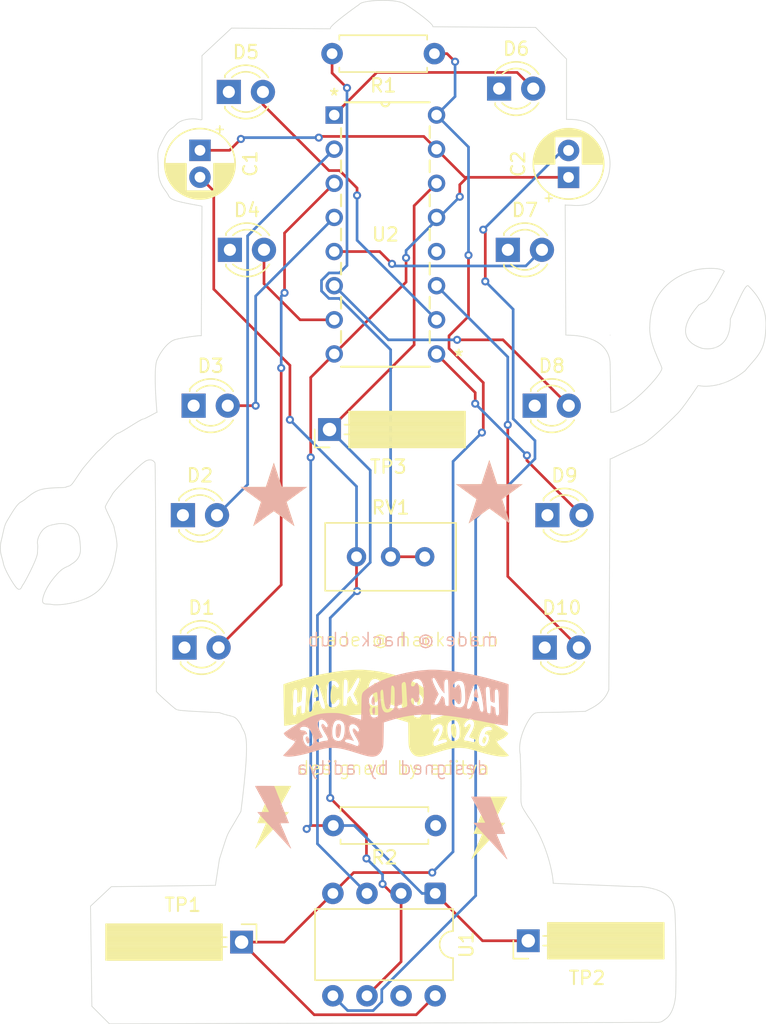
<source format=kicad_pcb>
(kicad_pcb (version 20241229) (generator "pcbnew") (generator_version "9.0")
  (layers (0 "F.Cu" signal) (2 "B.Cu" signal) (13 "F.Paste" user) (15 "B.Paste" user) (5 "F.SilkS" user "F.Silkscreen") (7 "B.SilkS" user "B.Silkscreen") (1 "F.Mask" user) (3 "B.Mask" user) (25 "Edge.Cuts" user))
  (net 0 "")
  (net 1 "GND")
  (net 2 "TR")
  (net 3 "Net-(U1-CV)")
  (net 5 "Net-(D1-A)")
  (net 7 "Net-(D2-A)")
  (net 8 "Net-(D3-A)")
  (net 11 "Net-(D4-A)")
  (net 13 "Net-(D5-A)")
  (net 14 "Net-(D6-A)")
  (net 16 "Net-(D7-A)")
  (net 19 "Net-(D8-A)")
  (net 21 "Net-(D9-A)")
  (net 22 "Net-(D10-A)")
  (net 24 "Net-(R1-Pad2)")
  (net 25 "+5V")
  (net 27 "OUT")
  (footprint "LED_THT:LED_D3.0mm" (layer "F.Cu") (at 123.2 90.1)
    (property "Reference" "D1" (at 1.27 -2.96 0) (layer "F.SilkS"))
    (property "Value" "LED")
    (pad "1" thru_hole rect (at 0 0) (size 1.8 1.8) (drill 0.9) (layers "*.Cu" "*.Mask"))
    (pad "2" thru_hole circle (at 2.54 0) (size 1.8 1.8) (drill 0.9) (layers "*.Cu" "*.Mask") (net 5 "Net-(D1-A)"))
  )
  (footprint "Package_DIP:DIP-8_W7.62mm" (layer "F.Cu") (at 141.87 108.4 -90)
    (property "Reference" "U1" (at 3.81 -2.33 90) (layer "F.SilkS"))
    (property "Value" "NE555P")
    (pad "1" thru_hole roundrect (at 0 0 270) (size 1.6 1.6) (drill 0.8) (layers "*.Cu" "*.Mask") (roundrect_rratio 0.15625) (net 1 "GND"))
    (pad "2" thru_hole circle (at 0 2.54 270) (size 1.6 1.6) (drill 0.8) (layers "*.Cu" "*.Mask") (net 2 "TR"))
    (pad "3" thru_hole circle (at 0 5.08 270) (size 1.6 1.6) (drill 0.8) (layers "*.Cu" "*.Mask") (net 27 "OUT"))
    (pad "4" thru_hole circle (at 0 7.62 270) (size 1.6 1.6) (drill 0.8) (layers "*.Cu" "*.Mask") (net 25 "+5V"))
    (pad "5" thru_hole circle (at 7.62 7.62 270) (size 1.6 1.6) (drill 0.8) (layers "*.Cu" "*.Mask") (net 3 "Net-(U1-CV)"))
    (pad "6" thru_hole circle (at 7.62 5.08 270) (size 1.6 1.6) (drill 0.8) (layers "*.Cu" "*.Mask") (net 2 "TR"))
    (pad "7" thru_hole circle (at 7.62 2.54 270) (size 1.6 1.6) (drill 0.8) (layers "*.Cu" "*.Mask"))
    (pad "8" thru_hole circle (at 7.62 0 270) (size 1.6 1.6) (drill 0.8) (layers "*.Cu" "*.Mask") (net 25 "+5V"))
  )
  (footprint "LED_THT:LED_D3.0mm" (layer "F.Cu") (at 126.5 48.75)
    (property "Reference" "D5" (at 1.27 -2.96 0) (layer "F.SilkS"))
    (property "Value" "LED")
    (pad "1" thru_hole rect (at 0 0) (size 1.8 1.8) (drill 0.9) (layers "*.Cu" "*.Mask"))
    (pad "2" thru_hole circle (at 2.54 0) (size 1.8 1.8) (drill 0.9) (layers "*.Cu" "*.Mask") (net 13 "Net-(D5-A)"))
  )
  (footprint "LED_THT:LED_D3.0mm" (layer "F.Cu") (at 150.03 90.1)
    (property "Reference" "D10" (at 1.27 -2.96 0) (layer "F.SilkS"))
    (property "Value" "LED")
    (pad "1" thru_hole rect (at 0 0) (size 1.8 1.8) (drill 0.9) (layers "*.Cu" "*.Mask"))
    (pad "2" thru_hole circle (at 2.54 0) (size 1.8 1.8) (drill 0.9) (layers "*.Cu" "*.Mask") (net 22 "Net-(D10-A)"))
  )
  (footprint "Resistor_THT:R_Axial_DIN0207_L6.3mm_D2.5mm_P7.62mm_Horizontal" (layer "F.Cu") (at 141.9 103.35 180)
    (property "Reference" "R2" (at 3.81 -2.37 0) (layer "F.SilkS"))
    (property "Value" "470")
    (pad "1" thru_hole circle (at 0 0 180) (size 1.6 1.6) (drill 0.8) (layers "*.Cu" "*.Mask"))
    (pad "2" thru_hole oval (at 7.62 0 180) (size 1.6 1.6) (drill 0.8) (layers "*.Cu" "*.Mask") (net 1 "GND"))
  )
  (footprint "LOGO" (layer "F.Cu") (at 129.8 102.75)
    (property "Reference" "G***" (hide yes))
    (property "Value" "LOGO" (hide yes))
  )
  (footprint "Connector_PinSocket_2.54mm:PinSocket_1x01_P2.54mm_Horizontal" (layer "F.Cu") (at 127.45 112.025)
    (property "Reference" "TP1" (at -4.38 -2.77 0) (layer "F.SilkS"))
    (property "Value" "TestPoint")
    (pad "1" thru_hole rect (at 0 0) (size 1.7 1.7) (drill 1) (layers "*.Cu" "*.Mask") (net 25 "+5V"))
  )
  (footprint "LOGO" (layer "F.Cu") (at 129.85 78.7)
    (property "Reference" "G***" (hide yes))
    (property "Value" "LOGO" (hide yes))
  )
  (footprint "LED_THT:LED_D3.0mm" (layer "F.Cu") (at 149.28 72.1)
    (property "Reference" "D8" (at 1.27 -2.96 0) (layer "F.SilkS"))
    (property "Value" "LED")
    (pad "1" thru_hole rect (at 0 0) (size 1.8 1.8) (drill 0.9) (layers "*.Cu" "*.Mask"))
    (pad "2" thru_hole circle (at 2.54 0) (size 1.8 1.8) (drill 0.9) (layers "*.Cu" "*.Mask") (net 19 "Net-(D8-A)"))
  )
  (footprint "Connector_PinSocket_2.54mm:PinSocket_1x01_P2.54mm_Horizontal" (layer "F.Cu") (at 134 73.875 180)
    (property "Reference" "TP3" (at -4.38 -2.77 0) (layer "F.SilkS"))
    (property "Value" "TestPoint")
    (pad "1" thru_hole rect (at 0 0 180) (size 1.7 1.7) (drill 1) (layers "*.Cu" "*.Mask") (net 27 "OUT"))
  )
  (footprint "LOGO" (layer "F.Cu") (at 145.9 78.5)
    (property "Reference" "G***" (hide yes))
    (property "Value" "LOGO" (hide yes))
  )
  (footprint "LED_THT:LED_D3.0mm" (layer "F.Cu") (at 123.88 72.1)
    (property "Reference" "D3" (at 1.27 -2.96 0) (layer "F.SilkS"))
    (property "Value" "LED")
    (pad "1" thru_hole rect (at 0 0) (size 1.8 1.8) (drill 0.9) (layers "*.Cu" "*.Mask"))
    (pad "2" thru_hole circle (at 2.54 0) (size 1.8 1.8) (drill 0.9) (layers "*.Cu" "*.Mask") (net 8 "Net-(D3-A)"))
  )
  (footprint "LED_THT:LED_D3.0mm" (layer "F.Cu") (at 146.63 48.5)
    (property "Reference" "D6" (at 1.27 -2.96 0) (layer "F.SilkS"))
    (property "Value" "LED")
    (pad "1" thru_hole rect (at 0 0) (size 1.8 1.8) (drill 0.9) (layers "*.Cu" "*.Mask"))
    (pad "2" thru_hole circle (at 2.54 0) (size 1.8 1.8) (drill 0.9) (layers "*.Cu" "*.Mask") (net 14 "Net-(D6-A)"))
  )
  (footprint "Capacitor_THT:CP_Radial_D5.0mm_P2.00mm" (layer "F.Cu") (at 124.35 53.094888 -90)
    (property "Reference" "C1" (at 1 -3.75 90) (layer "F.SilkS"))
    (property "Value" "1uF_0201_4V")
    (pad "1" thru_hole rect (at 0 0 270) (size 1.6 1.6) (drill 0.8) (layers "*.Cu" "*.Mask") (net 1 "GND"))
    (pad "2" thru_hole circle (at 2 0 270) (size 1.6 1.6) (drill 0.8) (layers "*.Cu" "*.Mask") (net 2 "TR"))
  )
  (footprint "Potentiometer_THT:Potentiometer_Bourns_3296W_Vertical" (layer "F.Cu") (at 141.09 83.345)
    (property "Reference" "RV1" (at -2.54 -3.66 0) (layer "F.SilkS"))
    (property "Value" "50k")
    (pad "1" thru_hole circle (at 0 0) (size 1.44 1.44) (drill 0.8) (layers "*.Cu" "*.Mask") (net 24 "Net-(R1-Pad2)"))
    (pad "2" thru_hole circle (at -2.54 0) (size 1.44 1.44) (drill 0.8) (layers "*.Cu" "*.Mask") (net 24 "Net-(R1-Pad2)"))
    (pad "3" thru_hole circle (at -5.08 0) (size 1.44 1.44) (drill 0.8) (layers "*.Cu" "*.Mask") (net 2 "TR"))
  )
  (footprint "LOGO" (layer "F.Cu") (at 145.9 103.55)
    (property "Reference" "G***" (hide yes))
    (property "Value" "LOGO" (hide yes))
  )
  (footprint "Capacitor_THT:CP_Radial_D5.0mm_P2.00mm" (layer "F.Cu") (at 151.8 55.105112 90)
    (property "Reference" "C2" (at 1 -3.75 90) (layer "F.SilkS"))
    (property "Value" "0.01 uF")
    (pad "1" thru_hole rect (at 0 0 90) (size 1.6 1.6) (drill 0.8) (layers "*.Cu" "*.Mask") (net 1 "GND"))
    (pad "2" thru_hole circle (at 2 0 90) (size 1.6 1.6) (drill 0.8) (layers "*.Cu" "*.Mask") (net 3 "Net-(U1-CV)"))
  )
  (footprint "LED_THT:LED_D3.0mm" (layer "F.Cu") (at 126.58 60.5)
    (property "Reference" "D4" (at 1.27 -2.96 0) (layer "F.SilkS"))
    (property "Value" "LED")
    (pad "1" thru_hole rect (at 0 0) (size 1.8 1.8) (drill 0.9) (layers "*.Cu" "*.Mask"))
    (pad "2" thru_hole circle (at 2.54 0) (size 1.8 1.8) (drill 0.9) (layers "*.Cu" "*.Mask") (net 11 "Net-(D4-A)"))
  )
  (footprint "footprints:N16" (layer "F.Cu") (at 141.97 68.25)
    (property "Reference" "U2" (at -3.81 -8.89 0) (layer "F.SilkS"))
    (property "Value" "4017")
    (fp_text user "*" (at -7.62 -19.1897 0) (layer "F.SilkS"))
    (fp_text user "*" (at 1.65 0.22 0) (layer "F.SilkS"))
    (pad "1" thru_hole rect (at -7.62 -17.78) (size 1.2954 1.2954) (drill 0.7874) (layers "*.Cu" "*.Mask") (net 14 "Net-(D6-A)"))
    (pad "2" thru_hole circle (at -7.62 -15.24) (size 1.2954 1.2954) (drill 0.7874) (layers "*.Cu" "*.Mask") (net 7 "Net-(D2-A)"))
    (pad "3" thru_hole circle (at -7.62 -12.7) (size 1.2954 1.2954) (drill 0.7874) (layers "*.Cu" "*.Mask") (net 5 "Net-(D1-A)"))
    (pad "4" thru_hole circle (at -7.62 -10.16) (size 1.2954 1.2954) (drill 0.7874) (layers "*.Cu" "*.Mask") (net 8 "Net-(D3-A)"))
    (pad "5" thru_hole circle (at -7.62 -7.62) (size 1.2954 1.2954) (drill 0.7874) (layers "*.Cu" "*.Mask") (net 16 "Net-(D7-A)"))
    (pad "6" thru_hole circle (at -7.62 -5.08) (size 1.2954 1.2954) (drill 0.7874) (layers "*.Cu" "*.Mask") (net 19 "Net-(D8-A)"))
    (pad "7" thru_hole circle (at -7.62 -2.54) (size 1.2954 1.2954) (drill 0.7874) (layers "*.Cu" "*.Mask") (net 11 "Net-(D4-A)"))
    (pad "8" thru_hole circle (at -7.62 0) (size 1.2954 1.2954) (drill 0.7874) (layers "*.Cu" "*.Mask") (net 1 "GND"))
    (pad "9" thru_hole circle (at 0 0) (size 1.2954 1.2954) (drill 0.7874) (layers "*.Cu" "*.Mask") (net 21 "Net-(D9-A)"))
    (pad "10" thru_hole circle (at 0 -2.54) (size 1.2954 1.2954) (drill 0.7874) (layers "*.Cu" "*.Mask") (net 13 "Net-(D5-A)"))
    (pad "11" thru_hole circle (at 0 -5.08) (size 1.2954 1.2954) (drill 0.7874) (layers "*.Cu" "*.Mask") (net 22 "Net-(D10-A)"))
    (pad "12" thru_hole circle (at 0 -7.62) (size 1.2954 1.2954) (drill 0.7874) (layers "*.Cu" "*.Mask"))
    (pad "13" thru_hole circle (at 0 -10.16) (size 1.2954 1.2954) (drill 0.7874) (layers "*.Cu" "*.Mask") (net 1 "GND"))
    (pad "14" thru_hole circle (at 0 -12.7) (size 1.2954 1.2954) (drill 0.7874) (layers "*.Cu" "*.Mask") (net 27 "OUT"))
    (pad "15" thru_hole circle (at 0 -15.24) (size 1.2954 1.2954) (drill 0.7874) (layers "*.Cu" "*.Mask") (net 1 "GND"))
    (pad "16" thru_hole circle (at 0 -17.78) (size 1.2954 1.2954) (drill 0.7874) (layers "*.Cu" "*.Mask") (net 25 "+5V"))
  )
  (footprint "LED_THT:LED_D3.0mm" (layer "F.Cu") (at 147.28 60.5)
    (property "Reference" "D7" (at 1.27 -2.96 0) (layer "F.SilkS"))
    (property "Value" "LED")
    (pad "1" thru_hole rect (at 0 0) (size 1.8 1.8) (drill 0.9) (layers "*.Cu" "*.Mask"))
    (pad "2" thru_hole circle (at 2.54 0) (size 1.8 1.8) (drill 0.9) (layers "*.Cu" "*.Mask") (net 16 "Net-(D7-A)"))
  )
  (footprint "LOGO" (layer "F.Cu") (at 138.95 95)
    (property "Reference" "G***" (hide yes))
    (property "Value" "LOGO" (hide yes))
  )
  (footprint "LED_THT:LED_D3.0mm" (layer "F.Cu") (at 123.08 80.25)
    (property "Reference" "D2" (at 1.27 -2.96 0) (layer "F.SilkS"))
    (property "Value" "LED")
    (pad "1" thru_hole rect (at 0 0) (size 1.8 1.8) (drill 0.9) (layers "*.Cu" "*.Mask"))
    (pad "2" thru_hole circle (at 2.54 0) (size 1.8 1.8) (drill 0.9) (layers "*.Cu" "*.Mask") (net 7 "Net-(D2-A)"))
  )
  (footprint "LED_THT:LED_D3.0mm" (layer "F.Cu") (at 150.23 80.25)
    (property "Reference" "D9" (at 1.27 -2.96 0) (layer "F.SilkS"))
    (property "Value" "LED")
    (pad "1" thru_hole rect (at 0 0) (size 1.8 1.8) (drill 0.9) (layers "*.Cu" "*.Mask"))
    (pad "2" thru_hole circle (at 2.54 0) (size 1.8 1.8) (drill 0.9) (layers "*.Cu" "*.Mask") (net 21 "Net-(D9-A)"))
  )
  (footprint "Resistor_THT:R_Axial_DIN0207_L6.3mm_D2.5mm_P7.62mm_Horizontal" (layer "F.Cu") (at 141.81 45.9 180)
    (property "Reference" "R1" (at 3.81 -2.37 0) (layer "F.SilkS"))
    (property "Value" "1k")
    (pad "1" thru_hole circle (at 0 0 180) (size 1.6 1.6) (drill 0.8) (layers "*.Cu" "*.Mask") (net 25 "+5V"))
    (pad "2" thru_hole oval (at 7.62 0 180) (size 1.6 1.6) (drill 0.8) (layers "*.Cu" "*.Mask") (net 24 "Net-(R1-Pad2)"))
  )
  (footprint "Connector_PinSocket_2.54mm:PinSocket_1x01_P2.54mm_Horizontal" (layer "F.Cu") (at 148.8 111.925 180)
    (property "Reference" "TP2" (at -4.38 -2.77 0) (layer "F.SilkS"))
    (property "Value" "TestPoint")
    (pad "1" thru_hole rect (at 0 0 180) (size 1.7 1.7) (drill 1) (layers "*.Cu" "*.Mask") (net 1 "GND"))
  )
  (footprint "LOGO" (layer "B.Cu") (at 138.95 95 180)
    (property "Reference" "G***" (hide yes))
    (property "Value" "LOGO" (hide yes))
  )
  (footprint "LOGO" (layer "B.Cu") (at 129.85 78.7 180)
    (property "Reference" "G***" (hide yes))
    (property "Value" "LOGO" (hide yes))
  )
  (footprint "LOGO" (layer "B.Cu") (at 145.9 78.5 180)
    (property "Reference" "G***" (hide yes))
    (property "Value" "LOGO" (hide yes))
  )
  (footprint "LOGO" (layer "B.Cu") (at 129.8 102.75 180)
    (property "Reference" "G***" (hide yes))
    (property "Value" "LOGO" (hide yes))
  )
  (footprint "LOGO" (layer "B.Cu") (at 145.9 103.55 180)
    (property "Reference" "G***" (hide yes))
    (property "Value" "LOGO" (hide yes))
  )
  (gr_curve (pts (xy 118.25 74.15) (xy 118.5 74.1) (xy 119.95 73.1) (xy 120.1 73.1)) (stroke (width 0.05)) (layer "Edge.Cuts"))
  (gr_curve (pts (xy 121.1 93.35) (xy 121.1 93.25) (xy 121.05 76.4) (xy 121 76.35)) (stroke (width 0.05)) (layer "Edge.Cuts"))
  (gr_curve (pts (xy 115.45 82.7) (xy 115.4 81.8) (xy 115.35 81.65) (xy 115.05 81.3)) (stroke (width 0.05)) (layer "Edge.Cuts"))
  (gr_curve (pts (xy 161.25 62) (xy 161.85 61.85) (xy 163.15 61.8) (xy 163.4 62.1)) (stroke (width 0.05)) (layer "Edge.Cuts"))
  (gr_curve (pts (xy 127.4 95.85) (xy 126.9 95.05) (xy 126.9 95.35) (xy 125.8 94.95)) (stroke (width 0.05)) (layer "Edge.Cuts"))
  (gr_line (start 151.55 57.15) (end 151.6 66.85) (stroke (width 0.05)) (layer "Edge.Cuts"))
  (gr_curve (pts (xy 110 80.65) (xy 110.25 80.25) (xy 110.7 79.4) (xy 111.05 79.25)) (stroke (width 0.05)) (layer "Edge.Cuts"))
  (gr_curve (pts (xy 163.85 65.65) (xy 164.9 63.2) (xy 165 63.25) (xy 165.15 63.15)) (stroke (width 0.05)) (layer "Edge.Cuts"))
  (gr_curve (pts (xy 112.75 81.25) (xy 112.5 81.45) (xy 112.2 82) (xy 112.25 82.35)) (stroke (width 0.05)) (layer "Edge.Cuts"))
  (gr_curve (pts (xy 157.85 66.3) (xy 157.85 62.95) (xy 160.65 62.15) (xy 161.25 62)) (stroke (width 0.05)) (layer "Edge.Cuts"))
  (gr_curve (pts (xy 158.75 69.3) (xy 158.65 68.9) (xy 157.8 67.45) (xy 157.85 66.3)) (stroke (width 0.05)) (layer "Edge.Cuts"))
  (gr_curve (pts (xy 154.95 72.6) (xy 156.15 72.6) (xy 158.85 69.7) (xy 158.75 69.3)) (stroke (width 0.05)) (layer "Edge.Cuts"))
  (gr_curve (pts (xy 165.15 63.15) (xy 166.25 64.2) (xy 166.5 65.2) (xy 166.5 66)) (stroke (width 0.05)) (layer "Edge.Cuts"))
  (gr_curve (pts (xy 117.95 81.15) (xy 118.3 82.65) (xy 118.15 82.6) (xy 118.05 83.25)) (stroke (width 0.05)) (layer "Edge.Cuts"))
  (gr_curve (pts (xy 125.8 94.95) (xy 122.85 94.8) (xy 122.7 94.8) (xy 122.5 94.65)) (stroke (width 0.05)) (layer "Edge.Cuts"))
  (gr_line (start 116.2 109.35) (end 117.75 107.9) (stroke (width 0.05)) (layer "Edge.Cuts"))
  (gr_curve (pts (xy 112.25 83.05) (xy 112.25 83.5) (xy 111.2 85.45) (xy 111.15 85.45)) (stroke (width 0.05)) (layer "Edge.Cuts"))
  (gr_curve (pts (xy 158.95 117.8) (xy 158.65 118.05) (xy 158.5 118) (xy 158 118)) (stroke (width 0.05)) (layer "Edge.Cuts"))
  (gr_curve (pts (xy 114 84.35) (xy 114.3 84.1) (xy 114.6 84.05) (xy 114.7 83.95)) (stroke (width 0.05)) (layer "Edge.Cuts"))
  (gr_curve (pts (xy 121.25 54.6) (xy 121.25 53.55) (xy 121.1 53.3) (xy 121.4 52.7)) (stroke (width 0.05)) (layer "Edge.Cuts"))
  (gr_curve (pts (xy 121.15 68.7) (xy 121.45 68) (xy 122 67.35) (xy 122.45 67.2)) (stroke (width 0.05)) (layer "Edge.Cuts"))
  (gr_line (start 126.7 44) (end 134.05 44.05) (stroke (width 0.05)) (layer "Edge.Cuts"))
  (gr_curve (pts (xy 114.4 78.15) (xy 114.6 78.05) (xy 114.65 78.15) (xy 114.85 77.9)) (stroke (width 0.05)) (layer "Edge.Cuts"))
  (gr_curve (pts (xy 159.65 72.95) (xy 157.45 75.1) (xy 157.2 75) (xy 157.1 75.05)) (stroke (width 0.05)) (layer "Edge.Cuts"))
  (gr_curve (pts (xy 111.15 85.45) (xy 111.1 85.45) (xy 111 86.1) (xy 110.6 85.55)) (stroke (width 0.05)) (layer "Edge.Cuts"))
  (gr_line (start 124.5 50.8) (end 124.5 46.05) (stroke (width 0.05)) (layer "Edge.Cuts"))
  (gr_curve (pts (xy 120.1 73.1) (xy 120.25 73.1) (xy 121.15 72.55) (xy 121.15 72.6)) (stroke (width 0.05)) (layer "Edge.Cuts"))
  (gr_curve (pts (xy 157.25 107.9) (xy 159.45 108.15) (xy 159.6 109.1) (xy 159.7 109.6)) (stroke (width 0.05)) (layer "Edge.Cuts"))
  (gr_line (start 117.75 107.9) (end 125.5 107.8) (stroke (width 0.05)) (layer "Edge.Cuts"))
  (gr_curve (pts (xy 153.6 56.9) (xy 153.25 57.25) (xy 152.25 57.2) (xy 152.25 57.2)) (stroke (width 0.05)) (layer "Edge.Cuts"))
  (gr_curve (pts (xy 166.5 66) (xy 166.5 68.05) (xy 165.9 68.35) (xy 164.95 69.5)) (stroke (width 0.05)) (layer "Edge.Cuts"))
  (gr_curve (pts (xy 112.7 86.25) (xy 112.95 85.45) (xy 113.7 84.6) (xy 114 84.35)) (stroke (width 0.05)) (layer "Edge.Cuts"))
  (gr_curve (pts (xy 154.9 66.85) (xy 154.9 66.85) (xy 154.9 66.85) (xy 154.9 66.85)) (stroke (width 0.05)) (layer "Edge.Cuts"))
  (gr_curve (pts (xy 161.45 70.6) (xy 159.9 72.9) (xy 159.9 72.65) (xy 159.65 72.95)) (stroke (width 0.05)) (layer "Edge.Cuts"))
  (gr_curve (pts (xy 136.2 42.25) (xy 135.9 42.45) (xy 133.95 43.85) (xy 134.05 44.05)) (stroke (width 0.05)) (layer "Edge.Cuts"))
  (gr_curve (pts (xy 121 76.35) (xy 120.95 76.3) (xy 120.8 76) (xy 120.35 76.2)) (stroke (width 0.05)) (layer "Edge.Cuts"))
  (gr_line (start 154.9 69.05) (end 154.95 72.6) (stroke (width 0.05)) (layer "Edge.Cuts"))
  (gr_curve (pts (xy 116.8 75.45) (xy 116.9 75.4) (xy 118 74.2) (xy 118.25 74.15)) (stroke (width 0.05)) (layer "Edge.Cuts"))
  (gr_curve (pts (xy 153.85 51.55) (xy 154.2 52) (xy 154.4 52) (xy 154.75 53.15)) (stroke (width 0.05)) (layer "Edge.Cuts"))
  (gr_curve (pts (xy 121.4 52.7) (xy 121.7 52.1) (xy 121.9 51.65) (xy 122.25 51.45)) (stroke (width 0.05)) (layer "Edge.Cuts"))
  (gr_curve (pts (xy 127.4 102.3) (xy 128.2 96) (xy 127.65 96.65) (xy 127.4 95.85)) (stroke (width 0.05)) (layer "Edge.Cuts"))
  (gr_curve (pts (xy 111.05 79.25) (xy 111.4 79.1) (xy 111.85 78.45) (xy 112.7 78.3)) (stroke (width 0.05)) (layer "Edge.Cuts"))
  (gr_curve (pts (xy 163.4 62.1) (xy 162.05 64.55) (xy 162.25 64.2) (xy 161.5 64.6)) (stroke (width 0.05)) (layer "Edge.Cuts"))
  (gr_curve (pts (xy 120.35 76.2) (xy 119.9 76.4) (xy 117.95 78.45) (xy 117.85 78.65)) (stroke (width 0.05)) (layer "Edge.Cuts"))
  (gr_curve (pts (xy 161.65 67.8) (xy 162.05 67.95) (xy 163.9 68.1) (xy 163.85 65.65)) (stroke (width 0.05)) (layer "Edge.Cuts"))
  (gr_curve (pts (xy 122 56.45) (xy 121.85 56.1) (xy 121.25 55.65) (xy 121.25 54.6)) (stroke (width 0.05)) (layer "Edge.Cuts"))
  (gr_curve (pts (xy 123.35 50.8) (xy 124.1 50.65) (xy 124.45 50.9) (xy 124.5 50.8)) (stroke (width 0.05)) (layer "Edge.Cuts"))
  (gr_line (start 141.7 43.9) (end 149.35 43.95) (stroke (width 0.05)) (layer "Edge.Cuts"))
  (gr_curve (pts (xy 148.8 102.7) (xy 150.4 104.85) (xy 150.7 107.55) (xy 150.65 107.65)) (stroke (width 0.05)) (layer "Edge.Cuts"))
  (gr_curve (pts (xy 118.05 83.25) (xy 118.05 83.25) (xy 117.9 84.7) (xy 116.9 85.75)) (stroke (width 0.05)) (layer "Edge.Cuts"))
  (gr_line (start 125.5 107.8) (end 125.8 105.85) (stroke (width 0.05)) (layer "Edge.Cuts"))
  (gr_curve (pts (xy 122.5 94.65) (xy 122.3 94.5) (xy 121.1 93.45) (xy 121.1 93.35)) (stroke (width 0.05)) (layer "Edge.Cuts"))
  (gr_curve (pts (xy 139.5 42.15) (xy 139.85 42.3) (xy 141.8 43.7) (xy 141.7 43.9)) (stroke (width 0.05)) (layer "Edge.Cuts"))
  (gr_line (start 116.3 116.8) (end 116.2 109.35) (stroke (width 0.05)) (layer "Edge.Cuts"))
  (gr_curve (pts (xy 164.95 69.5) (xy 163.35 70.8) (xy 161.9 70.7) (xy 161.45 70.6)) (stroke (width 0.05)) (layer "Edge.Cuts"))
  (gr_line (start 158 118) (end 117.6 118.1) (stroke (width 0.05)) (layer "Edge.Cuts"))
  (gr_curve (pts (xy 122.25 51.45) (xy 122.6 51.25) (xy 122.6 50.95) (xy 123.35 50.8)) (stroke (width 0.05)) (layer "Edge.Cuts"))
  (gr_curve (pts (xy 109.7 83.8) (xy 109.65 83.45) (xy 109.35 82.95) (xy 109.55 82.15)) (stroke (width 0.05)) (layer "Edge.Cuts"))
  (gr_curve (pts (xy 151.6 66.85) (xy 154.9 66.85) (xy 154.9 68.75) (xy 154.9 69.05)) (stroke (width 0.05)) (layer "Edge.Cuts"))
  (gr_curve (pts (xy 152.25 57.2) (xy 151.6 57.15) (xy 151.6 57.2) (xy 151.55 57.15)) (stroke (width 0.05)) (layer "Edge.Cuts"))
  (gr_curve (pts (xy 149.2 95.05) (xy 148.9 95.25) (xy 147.95 96.8) (xy 148.2 98.05)) (stroke (width 0.05)) (layer "Edge.Cuts"))
  (gr_curve (pts (xy 154.6 55.45) (xy 154.5 55.65) (xy 154.1 56.65) (xy 153.6 56.9)) (stroke (width 0.05)) (layer "Edge.Cuts"))
  (gr_line (start 124.5 46.05) (end 126.7 44) (stroke (width 0.05)) (layer "Edge.Cuts"))
  (gr_curve (pts (xy 159.7 109.6) (xy 159.8 110.1) (xy 159.85 116) (xy 159.75 116.2)) (stroke (width 0.05)) (layer "Edge.Cuts"))
  (gr_curve (pts (xy 153.05 94.85) (xy 149.5 95) (xy 149.5 94.85) (xy 149.2 95.05)) (stroke (width 0.05)) (layer "Edge.Cuts"))
  (gr_line (start 151.65 46.3) (end 151.65 50.8) (stroke (width 0.05)) (layer "Edge.Cuts"))
  (gr_curve (pts (xy 115.65 76.75) (xy 115.85 76.5) (xy 116.7 75.5) (xy 116.8 75.45)) (stroke (width 0.05)) (layer "Edge.Cuts"))
  (gr_curve (pts (xy 151.65 50.8) (xy 152.6 50.75) (xy 153.45 51) (xy 153.85 51.55)) (stroke (width 0.05)) (layer "Edge.Cuts"))
  (gr_curve (pts (xy 113.7 80.9) (xy 113.15 81) (xy 113 81.05) (xy 112.75 81.25)) (stroke (width 0.05)) (layer "Edge.Cuts"))
  (gr_curve (pts (xy 154.75 53.15) (xy 155.1 54.3) (xy 154.7 55.25) (xy 154.6 55.45)) (stroke (width 0.05)) (layer "Edge.Cuts"))
  (gr_curve (pts (xy 109.55 82.15) (xy 109.75 81.35) (xy 109.75 81.05) (xy 110 80.65)) (stroke (width 0.05)) (layer "Edge.Cuts"))
  (gr_line (start 117.6 118.1) (end 116.3 116.8) (stroke (width 0.05)) (layer "Edge.Cuts"))
  (gr_curve (pts (xy 116.9 85.75) (xy 115.9 86.8) (xy 113.8 87) (xy 113.35 86.9)) (stroke (width 0.05)) (layer "Edge.Cuts"))
  (gr_curve (pts (xy 148.2 98.05) (xy 148.4 102.35) (xy 147.95 101.35) (xy 148.8 102.7)) (stroke (width 0.05)) (layer "Edge.Cuts"))
  (gr_curve (pts (xy 110.6 85.55) (xy 110.2 85) (xy 109.75 84.15) (xy 109.7 83.8)) (stroke (width 0.05)) (layer "Edge.Cuts"))
  (gr_line (start 154.9 76.05) (end 154.8 93.25) (stroke (width 0.05)) (layer "Edge.Cuts"))
  (gr_curve (pts (xy 113.35 86.9) (xy 112.9 86.8) (xy 112.45 87.05) (xy 112.7 86.25)) (stroke (width 0.05)) (layer "Edge.Cuts"))
  (gr_curve (pts (xy 157.1 75.05) (xy 154.9 76.05) (xy 155.05 76.05) (xy 154.9 76.05)) (stroke (width 0.05)) (layer "Edge.Cuts"))
  (gr_curve (pts (xy 125.8 105.85) (xy 126.6 103.4) (xy 126.15 104.5) (xy 127.4 102.3)) (stroke (width 0.05)) (layer "Edge.Cuts"))
  (gr_curve (pts (xy 114.7 83.95) (xy 114.8 83.85) (xy 115.5 83.6) (xy 115.45 82.7)) (stroke (width 0.05)) (layer "Edge.Cuts"))
  (gr_curve (pts (xy 124.5 57.25) (xy 122.55 56.9) (xy 122.15 56.8) (xy 122 56.45)) (stroke (width 0.05)) (layer "Edge.Cuts"))
  (gr_curve (pts (xy 114.85 77.9) (xy 115.05 77.65) (xy 115.45 77) (xy 115.65 76.75)) (stroke (width 0.05)) (layer "Edge.Cuts"))
  (gr_curve (pts (xy 115.05 81.3) (xy 114.75 80.95) (xy 114.25 80.8) (xy 113.7 80.9)) (stroke (width 0.05)) (layer "Edge.Cuts"))
  (gr_curve (pts (xy 117.3 79.65) (xy 117.3 79.8) (xy 118 81.1) (xy 117.95 81.15)) (stroke (width 0.05)) (layer "Edge.Cuts"))
  (gr_curve (pts (xy 112.7 78.3) (xy 113.55 78.15) (xy 114.2 78.25) (xy 114.4 78.15)) (stroke (width 0.05)) (layer "Edge.Cuts"))
  (gr_curve (pts (xy 154.8 93.25) (xy 154.45 94.2) (xy 153.65 94.55) (xy 153.05 94.85)) (stroke (width 0.05)) (layer "Edge.Cuts"))
  (gr_curve (pts (xy 159.75 116.2) (xy 159.75 116.2) (xy 159.65 117.4) (xy 158.95 117.8)) (stroke (width 0.05)) (layer "Edge.Cuts"))
  (gr_curve (pts (xy 122.45 67.2) (xy 122.9 67.05) (xy 124.35 66.85) (xy 124.45 66.9)) (stroke (width 0.05)) (layer "Edge.Cuts"))
  (gr_line (start 124.45 66.9) (end 124.5 57.25) (stroke (width 0.05)) (layer "Edge.Cuts"))
  (gr_curve (pts (xy 112.25 82.35) (xy 112.3 82.7) (xy 112.25 82.6) (xy 112.25 83.05)) (stroke (width 0.05)) (layer "Edge.Cuts"))
  (gr_line (start 150.65 107.65) (end 156.75 107.9) (stroke (width 0.05)) (layer "Edge.Cuts"))
  (gr_curve (pts (xy 161.5 64.6) (xy 159.4 67) (xy 161.25 67.65) (xy 161.65 67.8)) (stroke (width 0.05)) (layer "Edge.Cuts"))
  (gr_curve (pts (xy 136.2 42.25) (xy 136.4 41.9) (xy 138.8 41.8) (xy 139.5 42.15)) (stroke (width 0.05)) (layer "Edge.Cuts"))
  (gr_line (start 149.35 43.95) (end 151.65 46.3) (stroke (width 0.05)) (layer "Edge.Cuts"))
  (gr_curve (pts (xy 117.85 78.65) (xy 117.75 78.85) (xy 117.3 79.5) (xy 117.3 79.65)) (stroke (width 0.05)) (layer "Edge.Cuts"))
  (gr_curve (pts (xy 121.15 72.6) (xy 121.15 72.65) (xy 120.85 69.4) (xy 121.15 68.7)) (stroke (width 0.05)) (layer "Edge.Cuts"))
  (gr_line (start 156.75 107.9) (end 157.25 107.9) (stroke (width 0.05)) (layer "Edge.Cuts"))
  (gr_text "made @ hack club" (at 132.3 90.1 0) (layer "F.SilkS") (effects (font (size 1 1) (thickness 0.1)) (justify left bottom)))
  (gr_text "designed by aditya" (at 131.55 99.65 0) (layer "F.SilkS") (effects (font (size 1 1) (thickness 0.1)) (justify left bottom)))
  (gr_text "designed by aditya" (at 145.9 99.65 -0) (layer "B.SilkS") (effects (font (size 1 1) (thickness 0.1)) (justify left bottom mirror)))
  (gr_text "made @ hack club" (at 146.65 90.1 -0) (layer "B.SilkS") (effects (font (size 1 1) (thickness 0.1)) (justify left bottom mirror)))
  (segment (start 139.7 62.9) (end 134.35 68.25) (width 0.2) (layer "F.Cu") (net 1))
  (segment (start 127.4 52.25) (end 126.555112 53.094888) (width 0.2) (layer "F.Cu") (net 1))
  (segment (start 151.8 55.105112) (end 144.25 55.105112) (width 0.2) (layer "F.Cu") (net 1))
  (segment (start 141.0213 52.0613) (end 133.2887 52.0613) (width 0.2) (layer "F.Cu") (net 1))
  (segment (start 144.065112 55.105112) (end 141.97 53.01) (width 0.2) (layer "F.Cu") (net 1))
  (segment (start 134.35 68.25) (end 132.6 70) (width 0.2) (layer "F.Cu") (net 1))
  (segment (start 148.8 111.925) (end 145.395 111.925) (width 0.2) (layer "F.Cu") (net 1))
  (segment (start 143.7 55.655112) (end 143.7 56.55) (width 0.2) (layer "F.Cu") (net 1))
  (segment (start 132.55 103.35) (end 134.28 103.35) (width 0.2) (layer "F.Cu") (net 1))
  (segment (start 139.7 61.1) (end 139.7 62.9) (width 0.2) (layer "F.Cu") (net 1))
  (segment (start 132.3 103.6) (end 132.55 103.35) (width 0.2) (layer "F.Cu") (net 1))
  (segment (start 132.6 70) (end 132.6 75.95) (width 0.2) (layer "F.Cu") (net 1))
  (segment (start 145.395 111.925) (end 141.87 108.4) (width 0.2) (layer "F.Cu") (net 1))
  (segment (start 141.97 53.01) (end 141.0213 52.0613) (width 0.2) (layer "F.Cu") (net 1))
  (segment (start 144.25 55.105112) (end 144.065112 55.105112) (width 0.2) (layer "F.Cu") (net 1))
  (segment (start 144.25 55.105112) (end 143.7 55.655112) (width 0.2) (layer "F.Cu") (net 1))
  (segment (start 133.2887 52.0613) (end 133.2 52.15) (width 0.2) (layer "F.Cu") (net 1))
  (segment (start 126.555112 53.094888) (end 124.35 53.094888) (width 0.2) (layer "F.Cu") (net 1))
  (via (at 132.6 75.95) (size 0.6) (drill 0.3) (layers "F.Cu" "B.Cu") (net 1))
  (via (at 132.3 103.6) (size 0.6) (drill 0.3) (layers "F.Cu" "B.Cu") (net 1))
  (via (at 133.2 52.15) (size 0.6) (drill 0.3) (layers "F.Cu" "B.Cu") (net 1))
  (via (at 139.7 61.1) (size 0.6) (drill 0.3) (layers "F.Cu" "B.Cu") (net 1))
  (via (at 143.7 56.55) (size 0.6) (drill 0.3) (layers "F.Cu" "B.Cu") (net 1))
  (via (at 127.4 52.25) (size 0.6) (drill 0.3) (layers "F.Cu" "B.Cu") (net 1))
  (segment (start 127.5 52.15) (end 127.4 52.25) (width 0.2) (layer "B.Cu") (net 1))
  (segment (start 132.6 103.3) (end 132.3 103.6) (width 0.2) (layer "B.Cu") (net 1))
  (segment (start 139.7 60.55) (end 139.7 61.1) (width 0.2) (layer "B.Cu") (net 1))
  (segment (start 140.88705 108.4) (end 141.87 108.4) (width 0.2) (layer "B.Cu") (net 1))
  (segment (start 135.83705 103.35) (end 140.88705 108.4) (width 0.2) (layer "B.Cu") (net 1))
  (segment (start 132.6 75.95) (end 132.6 103.3) (width 0.2) (layer "B.Cu") (net 1))
  (segment (start 143.7 56.55) (end 139.7 60.55) (width 0.2) (layer "B.Cu") (net 1))
  (segment (start 134.28 103.35) (end 135.83705 103.35) (width 0.2) (layer "B.Cu") (net 1))
  (segment (start 133.2 52.15) (end 127.5 52.15) (width 0.2) (layer "B.Cu") (net 1))
  (segment (start 136.05 85.9) (end 136.01 85.86) (width 0.2) (layer "F.Cu") (net 2))
  (segment (start 138.65 108.4) (end 137.95 107.7) (width 0.2) (layer "F.Cu") (net 2))
  (segment (start 125.379 63.429057) (end 131.05 69.100057) (width 0.2) (layer "F.Cu") (net 2))
  (segment (start 139.33 108.4) (end 138.65 108.4) (width 0.2) (layer "F.Cu") (net 2))
  (segment (start 124.35 55.094888) (end 125.379 56.123888) (width 0.2) (layer "F.Cu") (net 2))
  (segment (start 131.05 69.100057) (end 131.05 73.15) (width 0.2) (layer "F.Cu") (net 2))
  (segment (start 139.33 108.4) (end 139.33 113.48) (width 0.2) (layer "F.Cu") (net 2))
  (segment (start 136.75 104) (end 134.05 101.3) (width 0.2) (layer "F.Cu") (net 2))
  (segment (start 139.33 113.48) (end 136.79 116.02) (width 0.2) (layer "F.Cu") (net 2))
  (segment (start 125.379 56.123888) (end 125.379 63.429057) (width 0.2) (layer "F.Cu") (net 2))
  (segment (start 136.01 85.86) (end 136.01 83.345) (width 0.2) (layer "F.Cu") (net 2))
  (segment (start 136.75 105.8) (end 136.75 104) (width 0.2) (layer "F.Cu") (net 2))
  (via (at 134.05 101.3) (size 0.6) (drill 0.3) (layers "F.Cu" "B.Cu") (net 2))
  (via (at 137.95 107.7) (size 0.6) (drill 0.3) (layers "F.Cu" "B.Cu") (net 2))
  (via (at 131.05 73.15) (size 0.6) (drill 0.3) (layers "F.Cu" "B.Cu") (net 2))
  (via (at 136.75 105.8) (size 0.6) (drill 0.3) (layers "F.Cu" "B.Cu") (net 2))
  (via (at 136.05 85.9) (size 0.6) (drill 0.3) (layers "F.Cu" "B.Cu") (net 2))
  (segment (start 134.05 87.9) (end 136.05 85.9) (width 0.2) (layer "B.Cu") (net 2))
  (segment (start 131.05 73.15) (end 136.01 78.11) (width 0.2) (layer "B.Cu") (net 2))
  (segment (start 134.05 101.3) (end 134.05 87.9) (width 0.2) (layer "B.Cu") (net 2))
  (segment (start 137.95 107) (end 136.75 105.8) (width 0.2) (layer "B.Cu") (net 2))
  (segment (start 137.95 107.7) (end 137.95 107) (width 0.2) (layer "B.Cu") (net 2))
  (segment (start 136.01 78.11) (end 136.01 83.345) (width 0.2) (layer "B.Cu") (net 2))
  (segment (start 145.6 62.85) (end 145.6 59.15) (width 0.2) (layer "F.Cu") (net 3))
  (segment (start 145.6 59.15) (end 145.45 59) (width 0.2) (layer "F.Cu") (net 3))
  (via (at 145.45 59) (size 0.6) (drill 0.3) (layers "F.Cu" "B.Cu") (net 3))
  (via (at 145.6 62.85) (size 0.6) (drill 0.3) (layers "F.Cu" "B.Cu") (net 3))
  (segment (start 134.25 116.02) (end 135.351 117.121) (width 0.2) (layer "B.Cu") (net 3))
  (segment (start 149.301 76.048943) (end 149.301 74.702527) (width 0.2) (layer "B.Cu") (net 3))
  (segment (start 149.301 74.702527) (end 147.675265 73.076792) (width 0.2) (layer "B.Cu") (net 3))
  (segment (start 145.45 59) (end 151.344888 53.105112) (width 0.2) (layer "B.Cu") (net 3))
  (segment (start 147.675265 64.925265) (end 145.6 62.85) (width 0.2) (layer "B.Cu") (net 3))
  (segment (start 147.675265 73.076792) (end 147.675265 64.925265) (width 0.2) (layer "B.Cu") (net 3))
  (segment (start 151.344888 53.105112) (end 151.8 53.105112) (width 0.2) (layer "B.Cu") (net 3))
  (segment (start 135.351 117.121) (end 137.24605 117.121) (width 0.2) (layer "B.Cu") (net 3))
  (segment (start 144.8839 80.466043) (end 149.301 76.048943) (width 0.2) (layer "B.Cu") (net 3))
  (segment (start 144.8839 108.57105) (end 144.8839 80.466043) (width 0.2) (layer "B.Cu") (net 3))
  (segment (start 137.891 115.56395) (end 144.8839 108.57105) (width 0.2) (layer "B.Cu") (net 3))
  (segment (start 137.24605 117.121) (end 137.891 116.47605) (width 0.2) (layer "B.Cu") (net 3))
  (segment (start 137.891 116.47605) (end 137.891 115.56395) (width 0.2) (layer "B.Cu") (net 3))
  (segment (start 130.65 59.25) (end 134.35 55.55) (width 0.2) (layer "F.Cu") (net 5))
  (segment (start 130.4 85.44) (end 130.4 69.3) (width 0.2) (layer "F.Cu") (net 5))
  (segment (start 125.74 90.1) (end 130.4 85.44) (width 0.2) (layer "F.Cu") (net 5))
  (segment (start 130.65 63.7) (end 130.65 59.25) (width 0.2) (layer "F.Cu") (net 5))
  (via (at 130.4 69.3) (size 0.6) (drill 0.3) (layers "F.Cu" "B.Cu") (net 5))
  (via (at 130.65 63.7) (size 0.6) (drill 0.3) (layers "F.Cu" "B.Cu") (net 5))
  (segment (start 130.4 63.95) (end 130.65 63.7) (width 0.2) (layer "B.Cu") (net 5))
  (segment (start 130.4 69.3) (end 130.4 63.95) (width 0.2) (layer "B.Cu") (net 5))
  (segment (start 127.9 77.97) (end 125.62 80.25) (width 0.2) (layer "B.Cu") (net 7))
  (segment (start 134.35 53.01) (end 127.9 59.46) (width 0.2) (layer "B.Cu") (net 7))
  (segment (start 127.9 59.46) (end 127.9 77.97) (width 0.2) (layer "B.Cu") (net 7))
  (segment (start 126.42 72.1) (end 128.5 72.1) (width 0.2) (layer "F.Cu") (net 8))
  (via (at 128.5 72.1) (size 0.6) (drill 0.3) (layers "F.Cu" "B.Cu") (net 8))
  (segment (start 128.5 72.1) (end 128.5 63.94) (width 0.2) (layer "B.Cu") (net 8))
  (segment (start 128.5 63.94) (end 134.35 58.09) (width 0.2) (layer "B.Cu") (net 8))
  (segment (start 134.35 65.71) (end 131.810057 65.71) (width 0.2) (layer "F.Cu") (net 11))
  (segment (start 129.12 63.019943) (end 129.12 60.5) (width 0.2) (layer "F.Cu") (net 11))
  (segment (start 131.810057 65.71) (end 129.12 63.019943) (width 0.2) (layer "F.Cu") (net 11))
  (segment (start 129.04 48.75) (end 129.04 49.684265) (width 0.2) (layer "F.Cu") (net 13))
  (segment (start 134.7513 54.6013) (end 136.05 55.9) (width 0.2) (layer "F.Cu") (net 13))
  (segment (start 133.957035 54.6013) (end 134.7513 54.6013) (width 0.2) (layer "F.Cu") (net 13))
  (segment (start 136.05 55.9) (end 136.05 56.45) (width 0.2) (layer "F.Cu") (net 13))
  (segment (start 129.04 49.684265) (end 133.957035 54.6013) (width 0.2) (layer "F.Cu") (net 13))
  (via (at 136.05 56.45) (size 0.6) (drill 0.3) (layers "F.Cu" "B.Cu") (net 13))
  (segment (start 136.05 59.79) (end 141.97 65.71) (width 0.2) (layer "B.Cu") (net 13))
  (segment (start 136.05 56.45) (end 136.05 59.79) (width 0.2) (layer "B.Cu") (net 13))
  (segment (start 137.521 47.299) (end 134.35 50.47) (width 0.2) (layer "F.Cu") (net 14))
  (segment (start 147.969 47.299) (end 137.521 47.299) (width 0.2) (layer "F.Cu") (net 14))
  (segment (start 149.17 48.5) (end 147.969 47.299) (width 0.2) (layer "F.Cu") (net 14))
  (segment (start 137.73853 60.63) (end 134.35 60.63) (width 0.2) (layer "F.Cu") (net 16))
  (segment (start 138.654265 61.545735) (end 137.73853 60.63) (width 0.2) (layer "F.Cu") (net 16))
  (via (at 138.654265 61.545735) (size 0.6) (drill 0.3) (layers "F.Cu" "B.Cu") (net 16))
  (segment (start 138.80953 61.701) (end 138.654265 61.545735) (width 0.2) (layer "B.Cu") (net 16))
  (segment (start 149.82 60.5) (end 148.619 61.701) (width 0.2) (layer "B.Cu") (net 16))
  (segment (start 148.619 61.701) (end 138.80953 61.701) (width 0.2) (layer "B.Cu") (net 16))
  (segment (start 151.82 72.1) (end 146.92 67.2) (width 0.2) (layer "F.Cu") (net 19))
  (segment (start 146.92 67.2) (end 143.5 67.2) (width 0.2) (layer "F.Cu") (net 19))
  (via (at 143.5 67.2) (size 0.6) (drill 0.3) (layers "F.Cu" "B.Cu") (net 19))
  (segment (start 138.38 67.2) (end 134.35 63.17) (width 0.2) (layer "B.Cu") (net 19))
  (segment (start 143.5 67.2) (end 138.38 67.2) (width 0.2) (layer "B.Cu") (net 19))
  (segment (start 148.7 76.18) (end 148.7 75.8) (width 0.2) (layer "F.Cu") (net 21))
  (segment (start 144.85 71.13) (end 141.97 68.25) (width 0.2) (layer "F.Cu") (net 21))
  (segment (start 152.77 80.25) (end 148.7 76.18) (width 0.2) (layer "F.Cu") (net 21))
  (segment (start 144.85 71.95) (end 144.85 71.13) (width 0.2) (layer "F.Cu") (net 21))
  (via (at 148.7 75.8) (size 0.6) (drill 0.3) (layers "F.Cu" "B.Cu") (net 21))
  (via (at 144.85 71.95) (size 0.6) (drill 0.3) (layers "F.Cu" "B.Cu") (net 21))
  (segment (start 148.7 75.8) (end 144.85 71.95) (width 0.2) (layer "B.Cu") (net 21))
  (segment (start 147.274265 84.804265) (end 147.274265 73.525735) (width 0.2) (layer "F.Cu") (net 22))
  (segment (start 152.57 90.1) (end 147.274265 84.804265) (width 0.2) (layer "F.Cu") (net 22))
  (via (at 147.274265 73.525735) (size 0.6) (drill 0.3) (layers "F.Cu" "B.Cu") (net 22))
  (segment (start 147.274265 68.474265) (end 141.97 63.17) (width 0.2) (layer "B.Cu") (net 22))
  (segment (start 147.274265 73.525735) (end 147.274265 68.474265) (width 0.2) (layer "B.Cu") (net 22))
  (segment (start 134.19 47.34) (end 135.3 48.45) (width 0.2) (layer "F.Cu") (net 24))
  (segment (start 138.55 83.345) (end 141.09 83.345) (width 0.2) (layer "F.Cu") (net 24))
  (segment (start 134.19 45.9) (end 134.19 47.34) (width 0.2) (layer "F.Cu") (net 24))
  (via (at 135.3 48.45) (size 0.6) (drill 0.3) (layers "F.Cu" "B.Cu") (net 24))
  (segment (start 135.3 48.45) (end 135.3 61.664265) (width 0.2) (layer "B.Cu") (net 24))
  (segment (start 138.55 67.9371) (end 138.55 83.345) (width 0.2) (layer "B.Cu") (net 24))
  (segment (start 135.3 61.664265) (end 134.742965 62.2213) (width 0.2) (layer "B.Cu") (net 24))
  (segment (start 134.742965 62.2213) (end 133.957035 62.2213) (width 0.2) (layer "B.Cu") (net 24))
  (segment (start 133.4013 62.777035) (end 133.4013 63.562965) (width 0.2) (layer "B.Cu") (net 24))
  (segment (start 133.4013 63.562965) (end 133.957035 64.1187) (width 0.2) (layer "B.Cu") (net 24))
  (segment (start 133.957035 64.1187) (end 134.7316 64.1187) (width 0.2) (layer "B.Cu") (net 24))
  (segment (start 133.957035 62.2213) (end 133.4013 62.777035) (width 0.2) (layer "B.Cu") (net 24))
  (segment (start 134.7316 64.1187) (end 138.55 67.9371) (width 0.2) (layer "B.Cu") (net 24))
  (segment (start 135.8 106.85) (end 134.25 108.4) (width 0.2) (layer "F.Cu") (net 25))
  (segment (start 145.451 70.389335) (end 145.451 73.999) (width 0.2) (layer "F.Cu") (net 25))
  (segment (start 144.35 60.9) (end 144.35 65.450001) (width 0.2) (layer "F.Cu") (net 25))
  (segment (start 141.81 45.9) (end 142.75 45.9) (width 0.2) (layer "F.Cu") (net 25))
  (segment (start 127.45 112.025) (end 130.625 112.025) (width 0.2) (layer "F.Cu") (net 25))
  (segment (start 142.899 67.837335) (end 145.451 70.389335) (width 0.2) (layer "F.Cu") (net 25))
  (segment (start 141.65 106.85) (end 135.8 106.85) (width 0.2) (layer "F.Cu") (net 25))
  (segment (start 145.451 73.999) (end 145.35 74.1) (width 0.2) (layer "F.Cu") (net 25))
  (segment (start 127.45 112.025) (end 132.856672 117.431672) (width 0.2) (layer "F.Cu") (net 25))
  (segment (start 132.856672 117.431672) (end 140.458328 117.431672) (width 0.2) (layer "F.Cu") (net 25))
  (segment (start 130.625 112.025) (end 134.25 108.4) (width 0.2) (layer "F.Cu") (net 25))
  (segment (start 140.458328 117.431672) (end 141.87 116.02) (width 0.2) (layer "F.Cu") (net 25))
  (segment (start 142.899 66.901001) (end 142.899 67.837335) (width 0.2) (layer "F.Cu") (net 25))
  (segment (start 142.75 45.9) (end 143.35 46.5) (width 0.2) (layer "F.Cu") (net 25))
  (segment (start 144.35 65.450001) (end 142.899 66.901001) (width 0.2) (layer "F.Cu") (net 25))
  (via (at 143.35 46.5) (size 0.6) (drill 0.3) (layers "F.Cu" "B.Cu") (net 25))
  (via (at 141.65 106.85) (size 0.6) (drill 0.3) (layers "F.Cu" "B.Cu") (net 25))
  (via (at 145.35 74.1) (size 0.6) (drill 0.3) (layers "F.Cu" "B.Cu") (net 25))
  (via (at 144.35 60.9) (size 0.6) (drill 0.3) (layers "F.Cu" "B.Cu") (net 25))
  (segment (start 143.2 105.3) (end 141.65 106.85) (width 0.2) (layer "B.Cu") (net 25))
  (segment (start 145.35 74.1) (end 143.2 76.25) (width 0.2) (layer "B.Cu") (net 25))
  (segment (start 144.35 52.85) (end 144.35 60.9) (width 0.2) (layer "B.Cu") (net 25))
  (segment (start 143.35 46.5) (end 143.35 49.09) (width 0.2) (layer "B.Cu") (net 25))
  (segment (start 141.97 50.47) (end 144.35 52.85) (width 0.2) (layer "B.Cu") (net 25))
  (segment (start 143.2 76.25) (end 143.2 105.3) (width 0.2) (layer "B.Cu") (net 25))
  (segment (start 143.35 49.09) (end 141.97 50.47) (width 0.2) (layer "B.Cu") (net 25))
  (segment (start 140.301 67.574) (end 140.301 57.219) (width 0.2) (layer "F.Cu") (net 27))
  (segment (start 140.301 57.219) (end 141.97 55.55) (width 0.2) (layer "F.Cu") (net 27))
  (segment (start 134 73.875) (end 140.301 67.574) (width 0.2) (layer "F.Cu") (net 27))
  (segment (start 137.031 76.906) (end 134 73.875) (width 0.2) (layer "B.Cu") (net 27))
  (segment (start 133.1 87.698913) (end 137.031 83.767913) (width 0.2) (layer "B.Cu") (net 27))
  (segment (start 133.1 104.71) (end 133.1 87.698913) (width 0.2) (layer "B.Cu") (net 27))
  (segment (start 137.031 83.767913) (end 137.031 76.906) (width 0.2) (layer "B.Cu") (net 27))
  (segment (start 136.79 108.4) (end 133.1 104.71) (width 0.2) (layer "B.Cu") (net 27))
)
</source>
